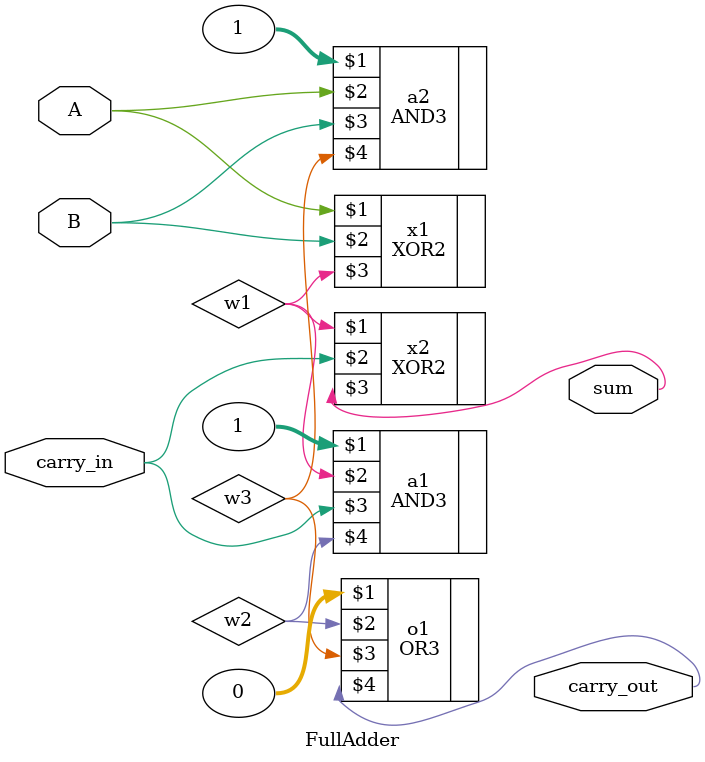
<source format=v>
module FullAdder (
    input A, B, carry_in,

    output sum, carry_out
);

    wire w1, w2, w3;

    XOR2 x1(A, B, w1);
    XOR2 x2(w1, carry_in, sum);
    AND3 a1(1, w1, carry_in, w2);
    AND3 a2(1, A, B, w3);
    OR3 o1(0, w2, w3, carry_out);
    
endmodule
</source>
